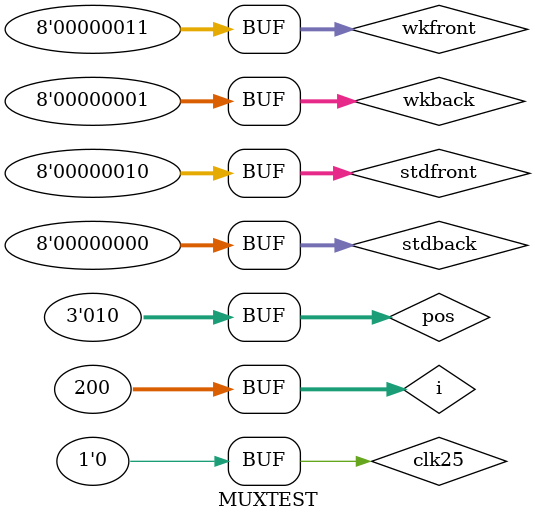
<source format=v>
`timescale 1ns / 1ps


module MUXTEST;

	// Inputs
	reg clk25;
	reg [2:0] pos;
	reg [7:0] stdback;
	reg [7:0] wkback;
	reg [7:0] stdfront;
	reg [7:0] wkfront;

	// Outputs
	wire [7:0] MarryM;
	integer i;

	// Instantiate the Unit Under Test (UUT)
	Mux4_1 uut (
		.clk25(clk25), 
		.pos(pos), 
		.stdback(stdback), 
		.wkback(wkback), 
		.stdfront(stdfront), 
		.wkfront(wkfront), 
		.MarryM(MarryM)
	);

	initial begin
		// Initialize Inputs
		clk25 = 0;
		pos = 0;
		stdback = 0;
		wkback = 0;
		stdfront = 0;
		wkfront = 0;

		// Wait 100 ns for global reset to finish
		#100;
       stdback = 0;
		wkback = 1;
		stdfront = 2;
		wkfront = 3;

	 for(i=0;i<200;i=i+1) begin
	 #5;clk25=~clk25;
	 if(i==6 || i==20) pos=3'b001;
	 if(i==16 || i==60) pos=3'b000;
	 if(i==100 || i===150) pos=3'b010;
	 if(i==80 || i==130) pos=3'b011;
	 end

	end
      
endmodule


</source>
